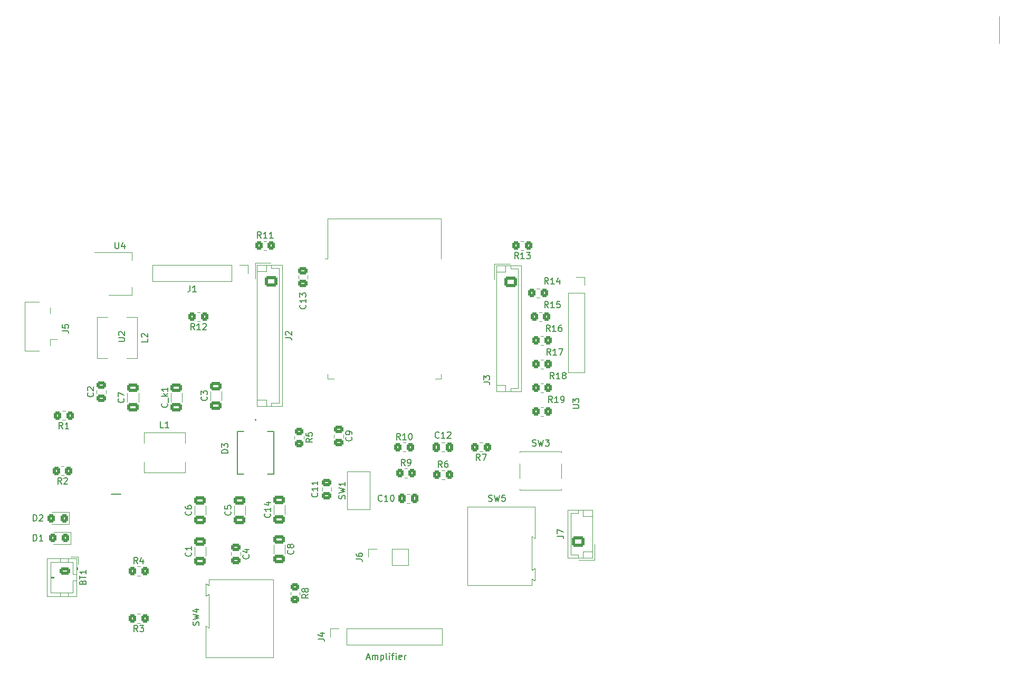
<source format=gto>
G04 #@! TF.GenerationSoftware,KiCad,Pcbnew,(6.0.4)*
G04 #@! TF.CreationDate,2022-05-21T11:57:55-05:00*
G04 #@! TF.ProjectId,REEL,5245454c-2e6b-4696-9361-645f70636258,rev?*
G04 #@! TF.SameCoordinates,Original*
G04 #@! TF.FileFunction,Legend,Top*
G04 #@! TF.FilePolarity,Positive*
%FSLAX46Y46*%
G04 Gerber Fmt 4.6, Leading zero omitted, Abs format (unit mm)*
G04 Created by KiCad (PCBNEW (6.0.4)) date 2022-05-21 11:57:55*
%MOMM*%
%LPD*%
G01*
G04 APERTURE LIST*
G04 Aperture macros list*
%AMRoundRect*
0 Rectangle with rounded corners*
0 $1 Rounding radius*
0 $2 $3 $4 $5 $6 $7 $8 $9 X,Y pos of 4 corners*
0 Add a 4 corners polygon primitive as box body*
4,1,4,$2,$3,$4,$5,$6,$7,$8,$9,$2,$3,0*
0 Add four circle primitives for the rounded corners*
1,1,$1+$1,$2,$3*
1,1,$1+$1,$4,$5*
1,1,$1+$1,$6,$7*
1,1,$1+$1,$8,$9*
0 Add four rect primitives between the rounded corners*
20,1,$1+$1,$2,$3,$4,$5,0*
20,1,$1+$1,$4,$5,$6,$7,0*
20,1,$1+$1,$6,$7,$8,$9,0*
20,1,$1+$1,$8,$9,$2,$3,0*%
G04 Aperture macros list end*
%ADD10C,0.100000*%
%ADD11C,0.150000*%
%ADD12C,0.120000*%
%ADD13C,0.200000*%
%ADD14C,0.127000*%
%ADD15RoundRect,0.250000X0.650000X-0.412500X0.650000X0.412500X-0.650000X0.412500X-0.650000X-0.412500X0*%
%ADD16RoundRect,0.250000X-0.650000X0.412500X-0.650000X-0.412500X0.650000X-0.412500X0.650000X0.412500X0*%
%ADD17RoundRect,0.250000X-0.475000X0.337500X-0.475000X-0.337500X0.475000X-0.337500X0.475000X0.337500X0*%
%ADD18RoundRect,0.250000X0.475000X-0.337500X0.475000X0.337500X-0.475000X0.337500X-0.475000X-0.337500X0*%
%ADD19RoundRect,0.250000X-0.350000X-0.450000X0.350000X-0.450000X0.350000X0.450000X-0.350000X0.450000X0*%
%ADD20RoundRect,0.250000X0.350000X0.450000X-0.350000X0.450000X-0.350000X-0.450000X0.350000X-0.450000X0*%
%ADD21R,2.000000X1.500000*%
%ADD22R,2.000000X3.800000*%
%ADD23O,1.980000X3.960000*%
%ADD24R,1.980000X3.960000*%
%ADD25R,1.700000X1.700000*%
%ADD26O,1.700000X1.700000*%
%ADD27RoundRect,0.250000X0.337500X0.475000X-0.337500X0.475000X-0.337500X-0.475000X0.337500X-0.475000X0*%
%ADD28RoundRect,0.250000X0.325000X0.450000X-0.325000X0.450000X-0.325000X-0.450000X0.325000X-0.450000X0*%
%ADD29O,1.950000X1.700000*%
%ADD30RoundRect,0.250000X-0.725000X0.600000X-0.725000X-0.600000X0.725000X-0.600000X0.725000X0.600000X0*%
%ADD31RoundRect,0.250000X-0.450000X0.350000X-0.450000X-0.350000X0.450000X-0.350000X0.450000X0.350000X0*%
%ADD32R,3.200000X1.000000*%
%ADD33R,2.000000X0.900000*%
%ADD34R,0.900000X2.000000*%
%ADD35R,5.000000X5.000000*%
%ADD36R,1.500000X2.400000*%
%ADD37R,2.513000X3.402000*%
%ADD38R,1.525000X0.700000*%
%ADD39O,2.000000X1.700000*%
%ADD40RoundRect,0.250000X0.750000X-0.600000X0.750000X0.600000X-0.750000X0.600000X-0.750000X-0.600000X0*%
%ADD41R,1.800000X3.000000*%
%ADD42R,1.500000X0.500000*%
%ADD43C,1.000000*%
%ADD44R,3.120000X2.290000*%
%ADD45O,1.750000X1.200000*%
%ADD46RoundRect,0.250000X-0.625000X0.350000X-0.625000X-0.350000X0.625000X-0.350000X0.625000X0.350000X0*%
%ADD47R,2.400000X1.500000*%
%ADD48R,1.500000X1.500000*%
G04 APERTURE END LIST*
D10*
X192404194Y-24150000D02*
X192404194Y-28468000D01*
D11*
X90860952Y-127166666D02*
X91337142Y-127166666D01*
X90765714Y-127452380D02*
X91099047Y-126452380D01*
X91432380Y-127452380D01*
X91765714Y-127452380D02*
X91765714Y-126785714D01*
X91765714Y-126880952D02*
X91813333Y-126833333D01*
X91908571Y-126785714D01*
X92051428Y-126785714D01*
X92146666Y-126833333D01*
X92194285Y-126928571D01*
X92194285Y-127452380D01*
X92194285Y-126928571D02*
X92241904Y-126833333D01*
X92337142Y-126785714D01*
X92480000Y-126785714D01*
X92575238Y-126833333D01*
X92622857Y-126928571D01*
X92622857Y-127452380D01*
X93099047Y-126785714D02*
X93099047Y-127785714D01*
X93099047Y-126833333D02*
X93194285Y-126785714D01*
X93384761Y-126785714D01*
X93480000Y-126833333D01*
X93527619Y-126880952D01*
X93575238Y-126976190D01*
X93575238Y-127261904D01*
X93527619Y-127357142D01*
X93480000Y-127404761D01*
X93384761Y-127452380D01*
X93194285Y-127452380D01*
X93099047Y-127404761D01*
X94146666Y-127452380D02*
X94051428Y-127404761D01*
X94003809Y-127309523D01*
X94003809Y-126452380D01*
X94527619Y-127452380D02*
X94527619Y-126785714D01*
X94527619Y-126452380D02*
X94480000Y-126500000D01*
X94527619Y-126547619D01*
X94575238Y-126500000D01*
X94527619Y-126452380D01*
X94527619Y-126547619D01*
X94860952Y-126785714D02*
X95241904Y-126785714D01*
X95003809Y-127452380D02*
X95003809Y-126595238D01*
X95051428Y-126500000D01*
X95146666Y-126452380D01*
X95241904Y-126452380D01*
X95575238Y-127452380D02*
X95575238Y-126785714D01*
X95575238Y-126452380D02*
X95527619Y-126500000D01*
X95575238Y-126547619D01*
X95622857Y-126500000D01*
X95575238Y-126452380D01*
X95575238Y-126547619D01*
X96432380Y-127404761D02*
X96337142Y-127452380D01*
X96146666Y-127452380D01*
X96051428Y-127404761D01*
X96003809Y-127309523D01*
X96003809Y-126928571D01*
X96051428Y-126833333D01*
X96146666Y-126785714D01*
X96337142Y-126785714D01*
X96432380Y-126833333D01*
X96480000Y-126928571D01*
X96480000Y-127023809D01*
X96003809Y-127119047D01*
X96908571Y-127452380D02*
X96908571Y-126785714D01*
X96908571Y-126976190D02*
X96956190Y-126880952D01*
X97003809Y-126833333D01*
X97099047Y-126785714D01*
X97194285Y-126785714D01*
X58832142Y-86334880D02*
X58879761Y-86382500D01*
X58927380Y-86525357D01*
X58927380Y-86620595D01*
X58879761Y-86763452D01*
X58784523Y-86858690D01*
X58689285Y-86906309D01*
X58498809Y-86953928D01*
X58355952Y-86953928D01*
X58165476Y-86906309D01*
X58070238Y-86858690D01*
X57975000Y-86763452D01*
X57927380Y-86620595D01*
X57927380Y-86525357D01*
X57975000Y-86382500D01*
X58022619Y-86334880D01*
X59022619Y-86144404D02*
X59022619Y-85382500D01*
X58927380Y-85144404D02*
X57927380Y-85144404D01*
X58546428Y-85049166D02*
X58927380Y-84763452D01*
X58260714Y-84763452D02*
X58641666Y-85144404D01*
X58927380Y-83811071D02*
X58927380Y-84382500D01*
X58927380Y-84096785D02*
X57927380Y-84096785D01*
X58070238Y-84192023D01*
X58165476Y-84287261D01*
X58213095Y-84382500D01*
X75342142Y-104050357D02*
X75389761Y-104097976D01*
X75437380Y-104240833D01*
X75437380Y-104336071D01*
X75389761Y-104478928D01*
X75294523Y-104574166D01*
X75199285Y-104621785D01*
X75008809Y-104669404D01*
X74865952Y-104669404D01*
X74675476Y-104621785D01*
X74580238Y-104574166D01*
X74485000Y-104478928D01*
X74437380Y-104336071D01*
X74437380Y-104240833D01*
X74485000Y-104097976D01*
X74532619Y-104050357D01*
X75437380Y-103097976D02*
X75437380Y-103669404D01*
X75437380Y-103383690D02*
X74437380Y-103383690D01*
X74580238Y-103478928D01*
X74675476Y-103574166D01*
X74723095Y-103669404D01*
X74770714Y-102240833D02*
X75437380Y-102240833D01*
X74389761Y-102478928D02*
X75104047Y-102717023D01*
X75104047Y-102097976D01*
X79042142Y-109924166D02*
X79089761Y-109971785D01*
X79137380Y-110114642D01*
X79137380Y-110209880D01*
X79089761Y-110352738D01*
X78994523Y-110447976D01*
X78899285Y-110495595D01*
X78708809Y-110543214D01*
X78565952Y-110543214D01*
X78375476Y-110495595D01*
X78280238Y-110447976D01*
X78185000Y-110352738D01*
X78137380Y-110209880D01*
X78137380Y-110114642D01*
X78185000Y-109971785D01*
X78232619Y-109924166D01*
X78565952Y-109352738D02*
X78518333Y-109447976D01*
X78470714Y-109495595D01*
X78375476Y-109543214D01*
X78327857Y-109543214D01*
X78232619Y-109495595D01*
X78185000Y-109447976D01*
X78137380Y-109352738D01*
X78137380Y-109162261D01*
X78185000Y-109067023D01*
X78232619Y-109019404D01*
X78327857Y-108971785D01*
X78375476Y-108971785D01*
X78470714Y-109019404D01*
X78518333Y-109067023D01*
X78565952Y-109162261D01*
X78565952Y-109352738D01*
X78613571Y-109447976D01*
X78661190Y-109495595D01*
X78756428Y-109543214D01*
X78946904Y-109543214D01*
X79042142Y-109495595D01*
X79089761Y-109447976D01*
X79137380Y-109352738D01*
X79137380Y-109162261D01*
X79089761Y-109067023D01*
X79042142Y-109019404D01*
X78946904Y-108971785D01*
X78756428Y-108971785D01*
X78661190Y-109019404D01*
X78613571Y-109067023D01*
X78565952Y-109162261D01*
X51847142Y-85549166D02*
X51894761Y-85596785D01*
X51942380Y-85739642D01*
X51942380Y-85834880D01*
X51894761Y-85977738D01*
X51799523Y-86072976D01*
X51704285Y-86120595D01*
X51513809Y-86168214D01*
X51370952Y-86168214D01*
X51180476Y-86120595D01*
X51085238Y-86072976D01*
X50990000Y-85977738D01*
X50942380Y-85834880D01*
X50942380Y-85739642D01*
X50990000Y-85596785D01*
X51037619Y-85549166D01*
X50942380Y-85215833D02*
X50942380Y-84549166D01*
X51942380Y-84977738D01*
X62642142Y-103671666D02*
X62689761Y-103719285D01*
X62737380Y-103862142D01*
X62737380Y-103957380D01*
X62689761Y-104100238D01*
X62594523Y-104195476D01*
X62499285Y-104243095D01*
X62308809Y-104290714D01*
X62165952Y-104290714D01*
X61975476Y-104243095D01*
X61880238Y-104195476D01*
X61785000Y-104100238D01*
X61737380Y-103957380D01*
X61737380Y-103862142D01*
X61785000Y-103719285D01*
X61832619Y-103671666D01*
X61737380Y-102814523D02*
X61737380Y-103005000D01*
X61785000Y-103100238D01*
X61832619Y-103147857D01*
X61975476Y-103243095D01*
X62165952Y-103290714D01*
X62546904Y-103290714D01*
X62642142Y-103243095D01*
X62689761Y-103195476D01*
X62737380Y-103100238D01*
X62737380Y-102909761D01*
X62689761Y-102814523D01*
X62642142Y-102766904D01*
X62546904Y-102719285D01*
X62308809Y-102719285D01*
X62213571Y-102766904D01*
X62165952Y-102814523D01*
X62118333Y-102909761D01*
X62118333Y-103100238D01*
X62165952Y-103195476D01*
X62213571Y-103243095D01*
X62308809Y-103290714D01*
X68992142Y-103671666D02*
X69039761Y-103719285D01*
X69087380Y-103862142D01*
X69087380Y-103957380D01*
X69039761Y-104100238D01*
X68944523Y-104195476D01*
X68849285Y-104243095D01*
X68658809Y-104290714D01*
X68515952Y-104290714D01*
X68325476Y-104243095D01*
X68230238Y-104195476D01*
X68135000Y-104100238D01*
X68087380Y-103957380D01*
X68087380Y-103862142D01*
X68135000Y-103719285D01*
X68182619Y-103671666D01*
X68087380Y-102766904D02*
X68087380Y-103243095D01*
X68563571Y-103290714D01*
X68515952Y-103243095D01*
X68468333Y-103147857D01*
X68468333Y-102909761D01*
X68515952Y-102814523D01*
X68563571Y-102766904D01*
X68658809Y-102719285D01*
X68896904Y-102719285D01*
X68992142Y-102766904D01*
X69039761Y-102814523D01*
X69087380Y-102909761D01*
X69087380Y-103147857D01*
X69039761Y-103243095D01*
X68992142Y-103290714D01*
X71887142Y-110674166D02*
X71934761Y-110721785D01*
X71982380Y-110864642D01*
X71982380Y-110959880D01*
X71934761Y-111102738D01*
X71839523Y-111197976D01*
X71744285Y-111245595D01*
X71553809Y-111293214D01*
X71410952Y-111293214D01*
X71220476Y-111245595D01*
X71125238Y-111197976D01*
X71030000Y-111102738D01*
X70982380Y-110959880D01*
X70982380Y-110864642D01*
X71030000Y-110721785D01*
X71077619Y-110674166D01*
X71315714Y-109817023D02*
X71982380Y-109817023D01*
X70934761Y-110055119D02*
X71649047Y-110293214D01*
X71649047Y-109674166D01*
X65182142Y-85256666D02*
X65229761Y-85304285D01*
X65277380Y-85447142D01*
X65277380Y-85542380D01*
X65229761Y-85685238D01*
X65134523Y-85780476D01*
X65039285Y-85828095D01*
X64848809Y-85875714D01*
X64705952Y-85875714D01*
X64515476Y-85828095D01*
X64420238Y-85780476D01*
X64325000Y-85685238D01*
X64277380Y-85542380D01*
X64277380Y-85447142D01*
X64325000Y-85304285D01*
X64372619Y-85256666D01*
X64277380Y-84923333D02*
X64277380Y-84304285D01*
X64658333Y-84637619D01*
X64658333Y-84494761D01*
X64705952Y-84399523D01*
X64753571Y-84351904D01*
X64848809Y-84304285D01*
X65086904Y-84304285D01*
X65182142Y-84351904D01*
X65229761Y-84399523D01*
X65277380Y-84494761D01*
X65277380Y-84780476D01*
X65229761Y-84875714D01*
X65182142Y-84923333D01*
X46937142Y-84621666D02*
X46984761Y-84669285D01*
X47032380Y-84812142D01*
X47032380Y-84907380D01*
X46984761Y-85050238D01*
X46889523Y-85145476D01*
X46794285Y-85193095D01*
X46603809Y-85240714D01*
X46460952Y-85240714D01*
X46270476Y-85193095D01*
X46175238Y-85145476D01*
X46080000Y-85050238D01*
X46032380Y-84907380D01*
X46032380Y-84812142D01*
X46080000Y-84669285D01*
X46127619Y-84621666D01*
X46127619Y-84240714D02*
X46080000Y-84193095D01*
X46032380Y-84097857D01*
X46032380Y-83859761D01*
X46080000Y-83764523D01*
X46127619Y-83716904D01*
X46222857Y-83669285D01*
X46318095Y-83669285D01*
X46460952Y-83716904D01*
X47032380Y-84288333D01*
X47032380Y-83669285D01*
X62642142Y-110266666D02*
X62689761Y-110314285D01*
X62737380Y-110457142D01*
X62737380Y-110552380D01*
X62689761Y-110695238D01*
X62594523Y-110790476D01*
X62499285Y-110838095D01*
X62308809Y-110885714D01*
X62165952Y-110885714D01*
X61975476Y-110838095D01*
X61880238Y-110790476D01*
X61785000Y-110695238D01*
X61737380Y-110552380D01*
X61737380Y-110457142D01*
X61785000Y-110314285D01*
X61832619Y-110266666D01*
X62737380Y-109314285D02*
X62737380Y-109885714D01*
X62737380Y-109600000D02*
X61737380Y-109600000D01*
X61880238Y-109695238D01*
X61975476Y-109790476D01*
X62023095Y-109885714D01*
X54100833Y-112077380D02*
X53767500Y-111601190D01*
X53529404Y-112077380D02*
X53529404Y-111077380D01*
X53910357Y-111077380D01*
X54005595Y-111125000D01*
X54053214Y-111172619D01*
X54100833Y-111267857D01*
X54100833Y-111410714D01*
X54053214Y-111505952D01*
X54005595Y-111553571D01*
X53910357Y-111601190D01*
X53529404Y-111601190D01*
X54957976Y-111410714D02*
X54957976Y-112077380D01*
X54719880Y-111029761D02*
X54481785Y-111744047D01*
X55100833Y-111744047D01*
X54100833Y-122997380D02*
X53767500Y-122521190D01*
X53529404Y-122997380D02*
X53529404Y-121997380D01*
X53910357Y-121997380D01*
X54005595Y-122045000D01*
X54053214Y-122092619D01*
X54100833Y-122187857D01*
X54100833Y-122330714D01*
X54053214Y-122425952D01*
X54005595Y-122473571D01*
X53910357Y-122521190D01*
X53529404Y-122521190D01*
X54434166Y-121997380D02*
X55053214Y-121997380D01*
X54719880Y-122378333D01*
X54862738Y-122378333D01*
X54957976Y-122425952D01*
X55005595Y-122473571D01*
X55053214Y-122568809D01*
X55053214Y-122806904D01*
X55005595Y-122902142D01*
X54957976Y-122949761D01*
X54862738Y-122997380D01*
X54577023Y-122997380D01*
X54481785Y-122949761D01*
X54434166Y-122902142D01*
X41885833Y-99257380D02*
X41552500Y-98781190D01*
X41314404Y-99257380D02*
X41314404Y-98257380D01*
X41695357Y-98257380D01*
X41790595Y-98305000D01*
X41838214Y-98352619D01*
X41885833Y-98447857D01*
X41885833Y-98590714D01*
X41838214Y-98685952D01*
X41790595Y-98733571D01*
X41695357Y-98781190D01*
X41314404Y-98781190D01*
X42266785Y-98352619D02*
X42314404Y-98305000D01*
X42409642Y-98257380D01*
X42647738Y-98257380D01*
X42742976Y-98305000D01*
X42790595Y-98352619D01*
X42838214Y-98447857D01*
X42838214Y-98543095D01*
X42790595Y-98685952D01*
X42219166Y-99257380D01*
X42838214Y-99257380D01*
X42085833Y-90367380D02*
X41752500Y-89891190D01*
X41514404Y-90367380D02*
X41514404Y-89367380D01*
X41895357Y-89367380D01*
X41990595Y-89415000D01*
X42038214Y-89462619D01*
X42085833Y-89557857D01*
X42085833Y-89700714D01*
X42038214Y-89795952D01*
X41990595Y-89843571D01*
X41895357Y-89891190D01*
X41514404Y-89891190D01*
X43038214Y-90367380D02*
X42466785Y-90367380D01*
X42752500Y-90367380D02*
X42752500Y-89367380D01*
X42657261Y-89510238D01*
X42562023Y-89605476D01*
X42466785Y-89653095D01*
X88397142Y-91739166D02*
X88444761Y-91786785D01*
X88492380Y-91929642D01*
X88492380Y-92024880D01*
X88444761Y-92167738D01*
X88349523Y-92262976D01*
X88254285Y-92310595D01*
X88063809Y-92358214D01*
X87920952Y-92358214D01*
X87730476Y-92310595D01*
X87635238Y-92262976D01*
X87540000Y-92167738D01*
X87492380Y-92024880D01*
X87492380Y-91929642D01*
X87540000Y-91786785D01*
X87587619Y-91739166D01*
X88492380Y-91262976D02*
X88492380Y-91072500D01*
X88444761Y-90977261D01*
X88397142Y-90929642D01*
X88254285Y-90834404D01*
X88063809Y-90786785D01*
X87682857Y-90786785D01*
X87587619Y-90834404D01*
X87540000Y-90882023D01*
X87492380Y-90977261D01*
X87492380Y-91167738D01*
X87540000Y-91262976D01*
X87587619Y-91310595D01*
X87682857Y-91358214D01*
X87920952Y-91358214D01*
X88016190Y-91310595D01*
X88063809Y-91262976D01*
X88111428Y-91167738D01*
X88111428Y-90977261D01*
X88063809Y-90882023D01*
X88016190Y-90834404D01*
X87920952Y-90786785D01*
X50495695Y-60447580D02*
X50495695Y-61257104D01*
X50543314Y-61352342D01*
X50590933Y-61399961D01*
X50686171Y-61447580D01*
X50876647Y-61447580D01*
X50971885Y-61399961D01*
X51019504Y-61352342D01*
X51067123Y-61257104D01*
X51067123Y-60447580D01*
X51971885Y-60780914D02*
X51971885Y-61447580D01*
X51733790Y-60399961D02*
X51495695Y-61114247D01*
X52114742Y-61114247D01*
X73922142Y-59762380D02*
X73588809Y-59286190D01*
X73350714Y-59762380D02*
X73350714Y-58762380D01*
X73731666Y-58762380D01*
X73826904Y-58810000D01*
X73874523Y-58857619D01*
X73922142Y-58952857D01*
X73922142Y-59095714D01*
X73874523Y-59190952D01*
X73826904Y-59238571D01*
X73731666Y-59286190D01*
X73350714Y-59286190D01*
X74874523Y-59762380D02*
X74303095Y-59762380D01*
X74588809Y-59762380D02*
X74588809Y-58762380D01*
X74493571Y-58905238D01*
X74398333Y-59000476D01*
X74303095Y-59048095D01*
X75826904Y-59762380D02*
X75255476Y-59762380D01*
X75541190Y-59762380D02*
X75541190Y-58762380D01*
X75445952Y-58905238D01*
X75350714Y-59000476D01*
X75255476Y-59048095D01*
X96988333Y-96322380D02*
X96655000Y-95846190D01*
X96416904Y-96322380D02*
X96416904Y-95322380D01*
X96797857Y-95322380D01*
X96893095Y-95370000D01*
X96940714Y-95417619D01*
X96988333Y-95512857D01*
X96988333Y-95655714D01*
X96940714Y-95750952D01*
X96893095Y-95798571D01*
X96797857Y-95846190D01*
X96416904Y-95846190D01*
X97464523Y-96322380D02*
X97655000Y-96322380D01*
X97750238Y-96274761D01*
X97797857Y-96227142D01*
X97893095Y-96084285D01*
X97940714Y-95893809D01*
X97940714Y-95512857D01*
X97893095Y-95417619D01*
X97845476Y-95370000D01*
X97750238Y-95322380D01*
X97559761Y-95322380D01*
X97464523Y-95370000D01*
X97416904Y-95417619D01*
X97369285Y-95512857D01*
X97369285Y-95750952D01*
X97416904Y-95846190D01*
X97464523Y-95893809D01*
X97559761Y-95941428D01*
X97750238Y-95941428D01*
X97845476Y-95893809D01*
X97893095Y-95846190D01*
X97940714Y-95750952D01*
X110426666Y-102004761D02*
X110569523Y-102052380D01*
X110807619Y-102052380D01*
X110902857Y-102004761D01*
X110950476Y-101957142D01*
X110998095Y-101861904D01*
X110998095Y-101766666D01*
X110950476Y-101671428D01*
X110902857Y-101623809D01*
X110807619Y-101576190D01*
X110617142Y-101528571D01*
X110521904Y-101480952D01*
X110474285Y-101433333D01*
X110426666Y-101338095D01*
X110426666Y-101242857D01*
X110474285Y-101147619D01*
X110521904Y-101100000D01*
X110617142Y-101052380D01*
X110855238Y-101052380D01*
X110998095Y-101100000D01*
X111331428Y-101052380D02*
X111569523Y-102052380D01*
X111760000Y-101338095D01*
X111950476Y-102052380D01*
X112188571Y-101052380D01*
X113045714Y-101052380D02*
X112569523Y-101052380D01*
X112521904Y-101528571D01*
X112569523Y-101480952D01*
X112664761Y-101433333D01*
X112902857Y-101433333D01*
X112998095Y-101480952D01*
X113045714Y-101528571D01*
X113093333Y-101623809D01*
X113093333Y-101861904D01*
X113045714Y-101957142D01*
X112998095Y-102004761D01*
X112902857Y-102052380D01*
X112664761Y-102052380D01*
X112569523Y-102004761D01*
X112521904Y-101957142D01*
X83042380Y-124158333D02*
X83756666Y-124158333D01*
X83899523Y-124205952D01*
X83994761Y-124301190D01*
X84042380Y-124444047D01*
X84042380Y-124539285D01*
X83375714Y-123253571D02*
X84042380Y-123253571D01*
X82994761Y-123491666D02*
X83709047Y-123729761D01*
X83709047Y-123110714D01*
X102973333Y-96592380D02*
X102640000Y-96116190D01*
X102401904Y-96592380D02*
X102401904Y-95592380D01*
X102782857Y-95592380D01*
X102878095Y-95640000D01*
X102925714Y-95687619D01*
X102973333Y-95782857D01*
X102973333Y-95925714D01*
X102925714Y-96020952D01*
X102878095Y-96068571D01*
X102782857Y-96116190D01*
X102401904Y-96116190D01*
X103830476Y-95592380D02*
X103640000Y-95592380D01*
X103544761Y-95640000D01*
X103497142Y-95687619D01*
X103401904Y-95830476D01*
X103354285Y-96020952D01*
X103354285Y-96401904D01*
X103401904Y-96497142D01*
X103449523Y-96544761D01*
X103544761Y-96592380D01*
X103735238Y-96592380D01*
X103830476Y-96544761D01*
X103878095Y-96497142D01*
X103925714Y-96401904D01*
X103925714Y-96163809D01*
X103878095Y-96068571D01*
X103830476Y-96020952D01*
X103735238Y-95973333D01*
X103544761Y-95973333D01*
X103449523Y-96020952D01*
X103401904Y-96068571D01*
X103354285Y-96163809D01*
X109053333Y-95447380D02*
X108720000Y-94971190D01*
X108481904Y-95447380D02*
X108481904Y-94447380D01*
X108862857Y-94447380D01*
X108958095Y-94495000D01*
X109005714Y-94542619D01*
X109053333Y-94637857D01*
X109053333Y-94780714D01*
X109005714Y-94875952D01*
X108958095Y-94923571D01*
X108862857Y-94971190D01*
X108481904Y-94971190D01*
X109386666Y-94447380D02*
X110053333Y-94447380D01*
X109624761Y-95447380D01*
X62501666Y-67397380D02*
X62501666Y-68111666D01*
X62454047Y-68254523D01*
X62358809Y-68349761D01*
X62215952Y-68397380D01*
X62120714Y-68397380D01*
X63501666Y-68397380D02*
X62930238Y-68397380D01*
X63215952Y-68397380D02*
X63215952Y-67397380D01*
X63120714Y-67540238D01*
X63025476Y-67635476D01*
X62930238Y-67683095D01*
X89157580Y-111356733D02*
X89871866Y-111356733D01*
X90014723Y-111404352D01*
X90109961Y-111499590D01*
X90157580Y-111642447D01*
X90157580Y-111737685D01*
X89157580Y-110451971D02*
X89157580Y-110642447D01*
X89205200Y-110737685D01*
X89252819Y-110785304D01*
X89395676Y-110880542D01*
X89586152Y-110928161D01*
X89967104Y-110928161D01*
X90062342Y-110880542D01*
X90109961Y-110832923D01*
X90157580Y-110737685D01*
X90157580Y-110547209D01*
X90109961Y-110451971D01*
X90062342Y-110404352D01*
X89967104Y-110356733D01*
X89729009Y-110356733D01*
X89633771Y-110404352D01*
X89586152Y-110451971D01*
X89538533Y-110547209D01*
X89538533Y-110737685D01*
X89586152Y-110832923D01*
X89633771Y-110880542D01*
X89729009Y-110928161D01*
X82907142Y-100740357D02*
X82954761Y-100787976D01*
X83002380Y-100930833D01*
X83002380Y-101026071D01*
X82954761Y-101168928D01*
X82859523Y-101264166D01*
X82764285Y-101311785D01*
X82573809Y-101359404D01*
X82430952Y-101359404D01*
X82240476Y-101311785D01*
X82145238Y-101264166D01*
X82050000Y-101168928D01*
X82002380Y-101026071D01*
X82002380Y-100930833D01*
X82050000Y-100787976D01*
X82097619Y-100740357D01*
X83002380Y-99787976D02*
X83002380Y-100359404D01*
X83002380Y-100073690D02*
X82002380Y-100073690D01*
X82145238Y-100168928D01*
X82240476Y-100264166D01*
X82288095Y-100359404D01*
X83002380Y-98835595D02*
X83002380Y-99407023D01*
X83002380Y-99121309D02*
X82002380Y-99121309D01*
X82145238Y-99216547D01*
X82240476Y-99311785D01*
X82288095Y-99407023D01*
X102459642Y-91797142D02*
X102412023Y-91844761D01*
X102269166Y-91892380D01*
X102173928Y-91892380D01*
X102031071Y-91844761D01*
X101935833Y-91749523D01*
X101888214Y-91654285D01*
X101840595Y-91463809D01*
X101840595Y-91320952D01*
X101888214Y-91130476D01*
X101935833Y-91035238D01*
X102031071Y-90940000D01*
X102173928Y-90892380D01*
X102269166Y-90892380D01*
X102412023Y-90940000D01*
X102459642Y-90987619D01*
X103412023Y-91892380D02*
X102840595Y-91892380D01*
X103126309Y-91892380D02*
X103126309Y-90892380D01*
X103031071Y-91035238D01*
X102935833Y-91130476D01*
X102840595Y-91178095D01*
X103792976Y-90987619D02*
X103840595Y-90940000D01*
X103935833Y-90892380D01*
X104173928Y-90892380D01*
X104269166Y-90940000D01*
X104316785Y-90987619D01*
X104364404Y-91082857D01*
X104364404Y-91178095D01*
X104316785Y-91320952D01*
X103745357Y-91892380D01*
X104364404Y-91892380D01*
X37361904Y-108402380D02*
X37361904Y-107402380D01*
X37600000Y-107402380D01*
X37742857Y-107450000D01*
X37838095Y-107545238D01*
X37885714Y-107640476D01*
X37933333Y-107830952D01*
X37933333Y-107973809D01*
X37885714Y-108164285D01*
X37838095Y-108259523D01*
X37742857Y-108354761D01*
X37600000Y-108402380D01*
X37361904Y-108402380D01*
X38885714Y-108402380D02*
X38314285Y-108402380D01*
X38600000Y-108402380D02*
X38600000Y-107402380D01*
X38504761Y-107545238D01*
X38409523Y-107640476D01*
X38314285Y-107688095D01*
X63222142Y-74492380D02*
X62888809Y-74016190D01*
X62650714Y-74492380D02*
X62650714Y-73492380D01*
X63031666Y-73492380D01*
X63126904Y-73540000D01*
X63174523Y-73587619D01*
X63222142Y-73682857D01*
X63222142Y-73825714D01*
X63174523Y-73920952D01*
X63126904Y-73968571D01*
X63031666Y-74016190D01*
X62650714Y-74016190D01*
X64174523Y-74492380D02*
X63603095Y-74492380D01*
X63888809Y-74492380D02*
X63888809Y-73492380D01*
X63793571Y-73635238D01*
X63698333Y-73730476D01*
X63603095Y-73778095D01*
X64555476Y-73587619D02*
X64603095Y-73540000D01*
X64698333Y-73492380D01*
X64936428Y-73492380D01*
X65031666Y-73540000D01*
X65079285Y-73587619D01*
X65126904Y-73682857D01*
X65126904Y-73778095D01*
X65079285Y-73920952D01*
X64507857Y-74492380D01*
X65126904Y-74492380D01*
X37361904Y-105227380D02*
X37361904Y-104227380D01*
X37600000Y-104227380D01*
X37742857Y-104275000D01*
X37838095Y-104370238D01*
X37885714Y-104465476D01*
X37933333Y-104655952D01*
X37933333Y-104798809D01*
X37885714Y-104989285D01*
X37838095Y-105084523D01*
X37742857Y-105179761D01*
X37600000Y-105227380D01*
X37361904Y-105227380D01*
X38314285Y-104322619D02*
X38361904Y-104275000D01*
X38457142Y-104227380D01*
X38695238Y-104227380D01*
X38790476Y-104275000D01*
X38838095Y-104322619D01*
X38885714Y-104417857D01*
X38885714Y-104513095D01*
X38838095Y-104655952D01*
X38266666Y-105227380D01*
X38885714Y-105227380D01*
X63904761Y-121983333D02*
X63952380Y-121840476D01*
X63952380Y-121602380D01*
X63904761Y-121507142D01*
X63857142Y-121459523D01*
X63761904Y-121411904D01*
X63666666Y-121411904D01*
X63571428Y-121459523D01*
X63523809Y-121507142D01*
X63476190Y-121602380D01*
X63428571Y-121792857D01*
X63380952Y-121888095D01*
X63333333Y-121935714D01*
X63238095Y-121983333D01*
X63142857Y-121983333D01*
X63047619Y-121935714D01*
X63000000Y-121888095D01*
X62952380Y-121792857D01*
X62952380Y-121554761D01*
X63000000Y-121411904D01*
X62952380Y-121078571D02*
X63952380Y-120840476D01*
X63238095Y-120650000D01*
X63952380Y-120459523D01*
X62952380Y-120221428D01*
X63285714Y-119411904D02*
X63952380Y-119411904D01*
X62904761Y-119650000D02*
X63619047Y-119888095D01*
X63619047Y-119269047D01*
X81002142Y-70492857D02*
X81049761Y-70540476D01*
X81097380Y-70683333D01*
X81097380Y-70778571D01*
X81049761Y-70921428D01*
X80954523Y-71016666D01*
X80859285Y-71064285D01*
X80668809Y-71111904D01*
X80525952Y-71111904D01*
X80335476Y-71064285D01*
X80240238Y-71016666D01*
X80145000Y-70921428D01*
X80097380Y-70778571D01*
X80097380Y-70683333D01*
X80145000Y-70540476D01*
X80192619Y-70492857D01*
X81097380Y-69540476D02*
X81097380Y-70111904D01*
X81097380Y-69826190D02*
X80097380Y-69826190D01*
X80240238Y-69921428D01*
X80335476Y-70016666D01*
X80383095Y-70111904D01*
X80097380Y-69207142D02*
X80097380Y-68588095D01*
X80478333Y-68921428D01*
X80478333Y-68778571D01*
X80525952Y-68683333D01*
X80573571Y-68635714D01*
X80668809Y-68588095D01*
X80906904Y-68588095D01*
X81002142Y-68635714D01*
X81049761Y-68683333D01*
X81097380Y-68778571D01*
X81097380Y-69064285D01*
X81049761Y-69159523D01*
X81002142Y-69207142D01*
X77817380Y-75758333D02*
X78531666Y-75758333D01*
X78674523Y-75805952D01*
X78769761Y-75901190D01*
X78817380Y-76044047D01*
X78817380Y-76139285D01*
X77912619Y-75329761D02*
X77865000Y-75282142D01*
X77817380Y-75186904D01*
X77817380Y-74948809D01*
X77865000Y-74853571D01*
X77912619Y-74805952D01*
X78007857Y-74758333D01*
X78103095Y-74758333D01*
X78245952Y-74805952D01*
X78817380Y-75377380D01*
X78817380Y-74758333D01*
X82112380Y-91971666D02*
X81636190Y-92305000D01*
X82112380Y-92543095D02*
X81112380Y-92543095D01*
X81112380Y-92162142D01*
X81160000Y-92066904D01*
X81207619Y-92019285D01*
X81302857Y-91971666D01*
X81445714Y-91971666D01*
X81540952Y-92019285D01*
X81588571Y-92066904D01*
X81636190Y-92162142D01*
X81636190Y-92543095D01*
X81112380Y-91066904D02*
X81112380Y-91543095D01*
X81588571Y-91590714D01*
X81540952Y-91543095D01*
X81493333Y-91447857D01*
X81493333Y-91209761D01*
X81540952Y-91114523D01*
X81588571Y-91066904D01*
X81683809Y-91019285D01*
X81921904Y-91019285D01*
X82017142Y-91066904D01*
X82064761Y-91114523D01*
X82112380Y-91209761D01*
X82112380Y-91447857D01*
X82064761Y-91543095D01*
X82017142Y-91590714D01*
X109607380Y-82876333D02*
X110321666Y-82876333D01*
X110464523Y-82923952D01*
X110559761Y-83019190D01*
X110607380Y-83162047D01*
X110607380Y-83257285D01*
X109607380Y-82495380D02*
X109607380Y-81876333D01*
X109988333Y-82209666D01*
X109988333Y-82066809D01*
X110035952Y-81971571D01*
X110083571Y-81923952D01*
X110178809Y-81876333D01*
X110416904Y-81876333D01*
X110512142Y-81923952D01*
X110559761Y-81971571D01*
X110607380Y-82066809D01*
X110607380Y-82352523D01*
X110559761Y-82447761D01*
X110512142Y-82495380D01*
X120642142Y-86177380D02*
X120308809Y-85701190D01*
X120070714Y-86177380D02*
X120070714Y-85177380D01*
X120451666Y-85177380D01*
X120546904Y-85225000D01*
X120594523Y-85272619D01*
X120642142Y-85367857D01*
X120642142Y-85510714D01*
X120594523Y-85605952D01*
X120546904Y-85653571D01*
X120451666Y-85701190D01*
X120070714Y-85701190D01*
X121594523Y-86177380D02*
X121023095Y-86177380D01*
X121308809Y-86177380D02*
X121308809Y-85177380D01*
X121213571Y-85320238D01*
X121118333Y-85415476D01*
X121023095Y-85463095D01*
X122070714Y-86177380D02*
X122261190Y-86177380D01*
X122356428Y-86129761D01*
X122404047Y-86082142D01*
X122499285Y-85939285D01*
X122546904Y-85748809D01*
X122546904Y-85367857D01*
X122499285Y-85272619D01*
X122451666Y-85225000D01*
X122356428Y-85177380D01*
X122165952Y-85177380D01*
X122070714Y-85225000D01*
X122023095Y-85272619D01*
X121975476Y-85367857D01*
X121975476Y-85605952D01*
X122023095Y-85701190D01*
X122070714Y-85748809D01*
X122165952Y-85796428D01*
X122356428Y-85796428D01*
X122451666Y-85748809D01*
X122499285Y-85701190D01*
X122546904Y-85605952D01*
X81477380Y-117006666D02*
X81001190Y-117340000D01*
X81477380Y-117578095D02*
X80477380Y-117578095D01*
X80477380Y-117197142D01*
X80525000Y-117101904D01*
X80572619Y-117054285D01*
X80667857Y-117006666D01*
X80810714Y-117006666D01*
X80905952Y-117054285D01*
X80953571Y-117101904D01*
X81001190Y-117197142D01*
X81001190Y-117578095D01*
X80905952Y-116435238D02*
X80858333Y-116530476D01*
X80810714Y-116578095D01*
X80715476Y-116625714D01*
X80667857Y-116625714D01*
X80572619Y-116578095D01*
X80525000Y-116530476D01*
X80477380Y-116435238D01*
X80477380Y-116244761D01*
X80525000Y-116149523D01*
X80572619Y-116101904D01*
X80667857Y-116054285D01*
X80715476Y-116054285D01*
X80810714Y-116101904D01*
X80858333Y-116149523D01*
X80905952Y-116244761D01*
X80905952Y-116435238D01*
X80953571Y-116530476D01*
X81001190Y-116578095D01*
X81096428Y-116625714D01*
X81286904Y-116625714D01*
X81382142Y-116578095D01*
X81429761Y-116530476D01*
X81477380Y-116435238D01*
X81477380Y-116244761D01*
X81429761Y-116149523D01*
X81382142Y-116101904D01*
X81286904Y-116054285D01*
X81096428Y-116054285D01*
X81001190Y-116101904D01*
X80953571Y-116149523D01*
X80905952Y-116244761D01*
X117461666Y-93114761D02*
X117604523Y-93162380D01*
X117842619Y-93162380D01*
X117937857Y-93114761D01*
X117985476Y-93067142D01*
X118033095Y-92971904D01*
X118033095Y-92876666D01*
X117985476Y-92781428D01*
X117937857Y-92733809D01*
X117842619Y-92686190D01*
X117652142Y-92638571D01*
X117556904Y-92590952D01*
X117509285Y-92543333D01*
X117461666Y-92448095D01*
X117461666Y-92352857D01*
X117509285Y-92257619D01*
X117556904Y-92210000D01*
X117652142Y-92162380D01*
X117890238Y-92162380D01*
X118033095Y-92210000D01*
X118366428Y-92162380D02*
X118604523Y-93162380D01*
X118795000Y-92448095D01*
X118985476Y-93162380D01*
X119223571Y-92162380D01*
X119509285Y-92162380D02*
X120128333Y-92162380D01*
X119795000Y-92543333D01*
X119937857Y-92543333D01*
X120033095Y-92590952D01*
X120080714Y-92638571D01*
X120128333Y-92733809D01*
X120128333Y-92971904D01*
X120080714Y-93067142D01*
X120033095Y-93114761D01*
X119937857Y-93162380D01*
X119652142Y-93162380D01*
X119556904Y-93114761D01*
X119509285Y-93067142D01*
X120277142Y-74747380D02*
X119943809Y-74271190D01*
X119705714Y-74747380D02*
X119705714Y-73747380D01*
X120086666Y-73747380D01*
X120181904Y-73795000D01*
X120229523Y-73842619D01*
X120277142Y-73937857D01*
X120277142Y-74080714D01*
X120229523Y-74175952D01*
X120181904Y-74223571D01*
X120086666Y-74271190D01*
X119705714Y-74271190D01*
X121229523Y-74747380D02*
X120658095Y-74747380D01*
X120943809Y-74747380D02*
X120943809Y-73747380D01*
X120848571Y-73890238D01*
X120753333Y-73985476D01*
X120658095Y-74033095D01*
X122086666Y-73747380D02*
X121896190Y-73747380D01*
X121800952Y-73795000D01*
X121753333Y-73842619D01*
X121658095Y-73985476D01*
X121610476Y-74175952D01*
X121610476Y-74556904D01*
X121658095Y-74652142D01*
X121705714Y-74699761D01*
X121800952Y-74747380D01*
X121991428Y-74747380D01*
X122086666Y-74699761D01*
X122134285Y-74652142D01*
X122181904Y-74556904D01*
X122181904Y-74318809D01*
X122134285Y-74223571D01*
X122086666Y-74175952D01*
X121991428Y-74128333D01*
X121800952Y-74128333D01*
X121705714Y-74175952D01*
X121658095Y-74223571D01*
X121610476Y-74318809D01*
X51019780Y-76354504D02*
X51829304Y-76354504D01*
X51924542Y-76306885D01*
X51972161Y-76259266D01*
X52019780Y-76164028D01*
X52019780Y-75973552D01*
X51972161Y-75878314D01*
X51924542Y-75830695D01*
X51829304Y-75783076D01*
X51019780Y-75783076D01*
X51115019Y-75354504D02*
X51067400Y-75306885D01*
X51019780Y-75211647D01*
X51019780Y-74973552D01*
X51067400Y-74878314D01*
X51115019Y-74830695D01*
X51210257Y-74783076D01*
X51305495Y-74783076D01*
X51448352Y-74830695D01*
X52019780Y-75402123D01*
X52019780Y-74783076D01*
X58253333Y-90227380D02*
X57777142Y-90227380D01*
X57777142Y-89227380D01*
X59110476Y-90227380D02*
X58539047Y-90227380D01*
X58824761Y-90227380D02*
X58824761Y-89227380D01*
X58729523Y-89370238D01*
X58634285Y-89465476D01*
X58539047Y-89513095D01*
X120007142Y-70937380D02*
X119673809Y-70461190D01*
X119435714Y-70937380D02*
X119435714Y-69937380D01*
X119816666Y-69937380D01*
X119911904Y-69985000D01*
X119959523Y-70032619D01*
X120007142Y-70127857D01*
X120007142Y-70270714D01*
X119959523Y-70365952D01*
X119911904Y-70413571D01*
X119816666Y-70461190D01*
X119435714Y-70461190D01*
X120959523Y-70937380D02*
X120388095Y-70937380D01*
X120673809Y-70937380D02*
X120673809Y-69937380D01*
X120578571Y-70080238D01*
X120483333Y-70175476D01*
X120388095Y-70223095D01*
X121864285Y-69937380D02*
X121388095Y-69937380D01*
X121340476Y-70413571D01*
X121388095Y-70365952D01*
X121483333Y-70318333D01*
X121721428Y-70318333D01*
X121816666Y-70365952D01*
X121864285Y-70413571D01*
X121911904Y-70508809D01*
X121911904Y-70746904D01*
X121864285Y-70842142D01*
X121816666Y-70889761D01*
X121721428Y-70937380D01*
X121483333Y-70937380D01*
X121388095Y-70889761D01*
X121340476Y-70842142D01*
X123912380Y-87121904D02*
X124721904Y-87121904D01*
X124817142Y-87074285D01*
X124864761Y-87026666D01*
X124912380Y-86931428D01*
X124912380Y-86740952D01*
X124864761Y-86645714D01*
X124817142Y-86598095D01*
X124721904Y-86550476D01*
X123912380Y-86550476D01*
X123912380Y-86169523D02*
X123912380Y-85550476D01*
X124293333Y-85883809D01*
X124293333Y-85740952D01*
X124340952Y-85645714D01*
X124388571Y-85598095D01*
X124483809Y-85550476D01*
X124721904Y-85550476D01*
X124817142Y-85598095D01*
X124864761Y-85645714D01*
X124912380Y-85740952D01*
X124912380Y-86026666D01*
X124864761Y-86121904D01*
X124817142Y-86169523D01*
X93321642Y-101957142D02*
X93274023Y-102004761D01*
X93131166Y-102052380D01*
X93035928Y-102052380D01*
X92893071Y-102004761D01*
X92797833Y-101909523D01*
X92750214Y-101814285D01*
X92702595Y-101623809D01*
X92702595Y-101480952D01*
X92750214Y-101290476D01*
X92797833Y-101195238D01*
X92893071Y-101100000D01*
X93035928Y-101052380D01*
X93131166Y-101052380D01*
X93274023Y-101100000D01*
X93321642Y-101147619D01*
X94274023Y-102052380D02*
X93702595Y-102052380D01*
X93988309Y-102052380D02*
X93988309Y-101052380D01*
X93893071Y-101195238D01*
X93797833Y-101290476D01*
X93702595Y-101338095D01*
X94893071Y-101052380D02*
X94988309Y-101052380D01*
X95083547Y-101100000D01*
X95131166Y-101147619D01*
X95178785Y-101242857D01*
X95226404Y-101433333D01*
X95226404Y-101671428D01*
X95178785Y-101861904D01*
X95131166Y-101957142D01*
X95083547Y-102004761D01*
X94988309Y-102052380D01*
X94893071Y-102052380D01*
X94797833Y-102004761D01*
X94750214Y-101957142D01*
X94702595Y-101861904D01*
X94654976Y-101671428D01*
X94654976Y-101433333D01*
X94702595Y-101242857D01*
X94750214Y-101147619D01*
X94797833Y-101100000D01*
X94893071Y-101052380D01*
X121447380Y-107648333D02*
X122161666Y-107648333D01*
X122304523Y-107695952D01*
X122399761Y-107791190D01*
X122447380Y-107934047D01*
X122447380Y-108029285D01*
X121447380Y-107267380D02*
X121447380Y-106600714D01*
X122447380Y-107029285D01*
X41997380Y-74628333D02*
X42711666Y-74628333D01*
X42854523Y-74675952D01*
X42949761Y-74771190D01*
X42997380Y-74914047D01*
X42997380Y-75009285D01*
X41997380Y-73675952D02*
X41997380Y-74152142D01*
X42473571Y-74199761D01*
X42425952Y-74152142D01*
X42378333Y-74056904D01*
X42378333Y-73818809D01*
X42425952Y-73723571D01*
X42473571Y-73675952D01*
X42568809Y-73628333D01*
X42806904Y-73628333D01*
X42902142Y-73675952D01*
X42949761Y-73723571D01*
X42997380Y-73818809D01*
X42997380Y-74056904D01*
X42949761Y-74152142D01*
X42902142Y-74199761D01*
X68582380Y-94300595D02*
X67582380Y-94300595D01*
X67582380Y-94062500D01*
X67630000Y-93919642D01*
X67725238Y-93824404D01*
X67820476Y-93776785D01*
X68010952Y-93729166D01*
X68153809Y-93729166D01*
X68344285Y-93776785D01*
X68439523Y-93824404D01*
X68534761Y-93919642D01*
X68582380Y-94062500D01*
X68582380Y-94300595D01*
X67582380Y-93395833D02*
X67582380Y-92776785D01*
X67963333Y-93110119D01*
X67963333Y-92967261D01*
X68010952Y-92872023D01*
X68058571Y-92824404D01*
X68153809Y-92776785D01*
X68391904Y-92776785D01*
X68487142Y-92824404D01*
X68534761Y-92872023D01*
X68582380Y-92967261D01*
X68582380Y-93252976D01*
X68534761Y-93348214D01*
X68487142Y-93395833D01*
X120372142Y-78557380D02*
X120038809Y-78081190D01*
X119800714Y-78557380D02*
X119800714Y-77557380D01*
X120181666Y-77557380D01*
X120276904Y-77605000D01*
X120324523Y-77652619D01*
X120372142Y-77747857D01*
X120372142Y-77890714D01*
X120324523Y-77985952D01*
X120276904Y-78033571D01*
X120181666Y-78081190D01*
X119800714Y-78081190D01*
X121324523Y-78557380D02*
X120753095Y-78557380D01*
X121038809Y-78557380D02*
X121038809Y-77557380D01*
X120943571Y-77700238D01*
X120848333Y-77795476D01*
X120753095Y-77843095D01*
X121657857Y-77557380D02*
X122324523Y-77557380D01*
X121895952Y-78557380D01*
X120912142Y-82367380D02*
X120578809Y-81891190D01*
X120340714Y-82367380D02*
X120340714Y-81367380D01*
X120721666Y-81367380D01*
X120816904Y-81415000D01*
X120864523Y-81462619D01*
X120912142Y-81557857D01*
X120912142Y-81700714D01*
X120864523Y-81795952D01*
X120816904Y-81843571D01*
X120721666Y-81891190D01*
X120340714Y-81891190D01*
X121864523Y-82367380D02*
X121293095Y-82367380D01*
X121578809Y-82367380D02*
X121578809Y-81367380D01*
X121483571Y-81510238D01*
X121388333Y-81605476D01*
X121293095Y-81653095D01*
X122435952Y-81795952D02*
X122340714Y-81748333D01*
X122293095Y-81700714D01*
X122245476Y-81605476D01*
X122245476Y-81557857D01*
X122293095Y-81462619D01*
X122340714Y-81415000D01*
X122435952Y-81367380D01*
X122626428Y-81367380D01*
X122721666Y-81415000D01*
X122769285Y-81462619D01*
X122816904Y-81557857D01*
X122816904Y-81605476D01*
X122769285Y-81700714D01*
X122721666Y-81748333D01*
X122626428Y-81795952D01*
X122435952Y-81795952D01*
X122340714Y-81843571D01*
X122293095Y-81891190D01*
X122245476Y-81986428D01*
X122245476Y-82176904D01*
X122293095Y-82272142D01*
X122340714Y-82319761D01*
X122435952Y-82367380D01*
X122626428Y-82367380D01*
X122721666Y-82319761D01*
X122769285Y-82272142D01*
X122816904Y-82176904D01*
X122816904Y-81986428D01*
X122769285Y-81891190D01*
X122721666Y-81843571D01*
X122626428Y-81795952D01*
X45288571Y-115085714D02*
X45336190Y-114942857D01*
X45383809Y-114895238D01*
X45479047Y-114847619D01*
X45621904Y-114847619D01*
X45717142Y-114895238D01*
X45764761Y-114942857D01*
X45812380Y-115038095D01*
X45812380Y-115419047D01*
X44812380Y-115419047D01*
X44812380Y-115085714D01*
X44860000Y-114990476D01*
X44907619Y-114942857D01*
X45002857Y-114895238D01*
X45098095Y-114895238D01*
X45193333Y-114942857D01*
X45240952Y-114990476D01*
X45288571Y-115085714D01*
X45288571Y-115419047D01*
X44812380Y-114561904D02*
X44812380Y-113990476D01*
X45812380Y-114276190D02*
X44812380Y-114276190D01*
X45812380Y-113133333D02*
X45812380Y-113704761D01*
X45812380Y-113419047D02*
X44812380Y-113419047D01*
X44955238Y-113514285D01*
X45050476Y-113609523D01*
X45098095Y-113704761D01*
X96242142Y-92147380D02*
X95908809Y-91671190D01*
X95670714Y-92147380D02*
X95670714Y-91147380D01*
X96051666Y-91147380D01*
X96146904Y-91195000D01*
X96194523Y-91242619D01*
X96242142Y-91337857D01*
X96242142Y-91480714D01*
X96194523Y-91575952D01*
X96146904Y-91623571D01*
X96051666Y-91671190D01*
X95670714Y-91671190D01*
X97194523Y-92147380D02*
X96623095Y-92147380D01*
X96908809Y-92147380D02*
X96908809Y-91147380D01*
X96813571Y-91290238D01*
X96718333Y-91385476D01*
X96623095Y-91433095D01*
X97813571Y-91147380D02*
X97908809Y-91147380D01*
X98004047Y-91195000D01*
X98051666Y-91242619D01*
X98099285Y-91337857D01*
X98146904Y-91528333D01*
X98146904Y-91766428D01*
X98099285Y-91956904D01*
X98051666Y-92052142D01*
X98004047Y-92099761D01*
X97908809Y-92147380D01*
X97813571Y-92147380D01*
X97718333Y-92099761D01*
X97670714Y-92052142D01*
X97623095Y-91956904D01*
X97575476Y-91766428D01*
X97575476Y-91528333D01*
X97623095Y-91337857D01*
X97670714Y-91242619D01*
X97718333Y-91195000D01*
X97813571Y-91147380D01*
X115197142Y-63062380D02*
X114863809Y-62586190D01*
X114625714Y-63062380D02*
X114625714Y-62062380D01*
X115006666Y-62062380D01*
X115101904Y-62110000D01*
X115149523Y-62157619D01*
X115197142Y-62252857D01*
X115197142Y-62395714D01*
X115149523Y-62490952D01*
X115101904Y-62538571D01*
X115006666Y-62586190D01*
X114625714Y-62586190D01*
X116149523Y-63062380D02*
X115578095Y-63062380D01*
X115863809Y-63062380D02*
X115863809Y-62062380D01*
X115768571Y-62205238D01*
X115673333Y-62300476D01*
X115578095Y-62348095D01*
X116482857Y-62062380D02*
X117101904Y-62062380D01*
X116768571Y-62443333D01*
X116911428Y-62443333D01*
X117006666Y-62490952D01*
X117054285Y-62538571D01*
X117101904Y-62633809D01*
X117101904Y-62871904D01*
X117054285Y-62967142D01*
X117006666Y-63014761D01*
X116911428Y-63062380D01*
X116625714Y-63062380D01*
X116530476Y-63014761D01*
X116482857Y-62967142D01*
X120007142Y-67127380D02*
X119673809Y-66651190D01*
X119435714Y-67127380D02*
X119435714Y-66127380D01*
X119816666Y-66127380D01*
X119911904Y-66175000D01*
X119959523Y-66222619D01*
X120007142Y-66317857D01*
X120007142Y-66460714D01*
X119959523Y-66555952D01*
X119911904Y-66603571D01*
X119816666Y-66651190D01*
X119435714Y-66651190D01*
X120959523Y-67127380D02*
X120388095Y-67127380D01*
X120673809Y-67127380D02*
X120673809Y-66127380D01*
X120578571Y-66270238D01*
X120483333Y-66365476D01*
X120388095Y-66413095D01*
X121816666Y-66460714D02*
X121816666Y-67127380D01*
X121578571Y-66079761D02*
X121340476Y-66794047D01*
X121959523Y-66794047D01*
X55702380Y-75941666D02*
X55702380Y-76417857D01*
X54702380Y-76417857D01*
X54797619Y-75655952D02*
X54750000Y-75608333D01*
X54702380Y-75513095D01*
X54702380Y-75275000D01*
X54750000Y-75179761D01*
X54797619Y-75132142D01*
X54892857Y-75084523D01*
X54988095Y-75084523D01*
X55130952Y-75132142D01*
X55702380Y-75703571D01*
X55702380Y-75084523D01*
X87339761Y-101663333D02*
X87387380Y-101520476D01*
X87387380Y-101282380D01*
X87339761Y-101187142D01*
X87292142Y-101139523D01*
X87196904Y-101091904D01*
X87101666Y-101091904D01*
X87006428Y-101139523D01*
X86958809Y-101187142D01*
X86911190Y-101282380D01*
X86863571Y-101472857D01*
X86815952Y-101568095D01*
X86768333Y-101615714D01*
X86673095Y-101663333D01*
X86577857Y-101663333D01*
X86482619Y-101615714D01*
X86435000Y-101568095D01*
X86387380Y-101472857D01*
X86387380Y-101234761D01*
X86435000Y-101091904D01*
X86387380Y-100758571D02*
X87387380Y-100520476D01*
X86673095Y-100330000D01*
X87387380Y-100139523D01*
X86387380Y-99901428D01*
X87387380Y-98996666D02*
X87387380Y-99568095D01*
X87387380Y-99282380D02*
X86387380Y-99282380D01*
X86530238Y-99377619D01*
X86625476Y-99472857D01*
X86673095Y-99568095D01*
D12*
X61235000Y-86093752D02*
X61235000Y-84671248D01*
X59415000Y-86093752D02*
X59415000Y-84671248D01*
X77745000Y-104118752D02*
X77745000Y-102696248D01*
X75925000Y-104118752D02*
X75925000Y-102696248D01*
X75925000Y-109046248D02*
X75925000Y-110468752D01*
X77745000Y-109046248D02*
X77745000Y-110468752D01*
X54250000Y-86093752D02*
X54250000Y-84671248D01*
X52430000Y-86093752D02*
X52430000Y-84671248D01*
X65045000Y-104216252D02*
X65045000Y-102793748D01*
X63225000Y-104216252D02*
X63225000Y-102793748D01*
X71395000Y-104216252D02*
X71395000Y-102793748D01*
X69575000Y-104216252D02*
X69575000Y-102793748D01*
X70585000Y-110246248D02*
X70585000Y-110768752D01*
X69115000Y-110246248D02*
X69115000Y-110768752D01*
X67585000Y-85801252D02*
X67585000Y-84378748D01*
X65765000Y-85801252D02*
X65765000Y-84378748D01*
X47525000Y-84716252D02*
X47525000Y-84193748D01*
X48995000Y-84716252D02*
X48995000Y-84193748D01*
X65045000Y-110811252D02*
X65045000Y-109388748D01*
X63225000Y-110811252D02*
X63225000Y-109388748D01*
X54040436Y-112540000D02*
X54494564Y-112540000D01*
X54040436Y-114010000D02*
X54494564Y-114010000D01*
X54494564Y-121630000D02*
X54040436Y-121630000D01*
X54494564Y-120160000D02*
X54040436Y-120160000D01*
X42279564Y-97890000D02*
X41825436Y-97890000D01*
X42279564Y-96420000D02*
X41825436Y-96420000D01*
X42479564Y-89000000D02*
X42025436Y-89000000D01*
X42479564Y-87530000D02*
X42025436Y-87530000D01*
X85625000Y-91311248D02*
X85625000Y-91833752D01*
X87095000Y-91311248D02*
X87095000Y-91833752D01*
X47157600Y-62085200D02*
X53167600Y-62085200D01*
X53167600Y-68905200D02*
X53167600Y-67645200D01*
X49407600Y-68905200D02*
X53167600Y-68905200D01*
X53167600Y-62085200D02*
X53167600Y-63345200D01*
X74337936Y-60225000D02*
X74792064Y-60225000D01*
X74337936Y-61695000D02*
X74792064Y-61695000D01*
X96927936Y-96785000D02*
X97382064Y-96785000D01*
X96927936Y-98255000D02*
X97382064Y-98255000D01*
X117330000Y-113120000D02*
X117330000Y-107720000D01*
X106980000Y-115520000D02*
X117330000Y-115520000D01*
X117330000Y-114570000D02*
X117830000Y-114820000D01*
X106980000Y-102920000D02*
X106980000Y-115520000D01*
X117830000Y-112870000D02*
X117330000Y-113120000D01*
X117330000Y-115520000D02*
X117330000Y-114570000D01*
X117830000Y-108020000D02*
X117830000Y-102920000D01*
X117330000Y-107720000D02*
X117830000Y-108020000D01*
X117830000Y-112920000D02*
X117830000Y-112870000D01*
X117830000Y-114820000D02*
X117830000Y-112920000D01*
X117830000Y-102920000D02*
X106980000Y-102920000D01*
X87630000Y-125155000D02*
X102930000Y-125155000D01*
X87630000Y-125155000D02*
X87630000Y-122495000D01*
X102930000Y-125155000D02*
X102930000Y-122495000D01*
X85030000Y-122495000D02*
X86360000Y-122495000D01*
X85030000Y-123825000D02*
X85030000Y-122495000D01*
X87630000Y-122495000D02*
X102930000Y-122495000D01*
X102912936Y-98525000D02*
X103367064Y-98525000D01*
X102912936Y-97055000D02*
X103367064Y-97055000D01*
X109447064Y-94080000D02*
X108992936Y-94080000D01*
X109447064Y-92610000D02*
X108992936Y-92610000D01*
X69215000Y-66735000D02*
X56455000Y-66735000D01*
X71815000Y-64075000D02*
X71815000Y-65405000D01*
X56455000Y-64075000D02*
X56455000Y-66735000D01*
X70485000Y-64075000D02*
X71815000Y-64075000D01*
X69215000Y-64075000D02*
X69215000Y-66735000D01*
X69215000Y-64075000D02*
X56455000Y-64075000D01*
X91145200Y-109693400D02*
X92475200Y-109693400D01*
X94945200Y-112353400D02*
X97545200Y-112353400D01*
X94945200Y-112353400D02*
X94945200Y-109693400D01*
X91145200Y-111023400D02*
X91145200Y-109693400D01*
X97545200Y-112353400D02*
X97545200Y-109693400D01*
X94945200Y-109693400D02*
X97545200Y-109693400D01*
X85190000Y-99836248D02*
X85190000Y-100358752D01*
X83720000Y-99836248D02*
X83720000Y-100358752D01*
X103363752Y-92610000D02*
X102841248Y-92610000D01*
X103363752Y-94080000D02*
X102841248Y-94080000D01*
X43380000Y-106990000D02*
X40520000Y-106990000D01*
X43380000Y-108910000D02*
X43380000Y-106990000D01*
X40520000Y-108910000D02*
X43380000Y-108910000D01*
X64092064Y-71655000D02*
X63637936Y-71655000D01*
X64092064Y-73125000D02*
X63637936Y-73125000D01*
X40275000Y-105735000D02*
X43135000Y-105735000D01*
X43135000Y-103815000D02*
X40275000Y-103815000D01*
X43135000Y-105735000D02*
X43135000Y-103815000D01*
X65050000Y-122095000D02*
X65050000Y-127195000D01*
X75900000Y-114595000D02*
X65550000Y-114595000D01*
X65050000Y-127195000D02*
X75900000Y-127195000D01*
X65550000Y-115545000D02*
X65050000Y-115295000D01*
X75900000Y-127195000D02*
X75900000Y-114595000D01*
X65550000Y-114595000D02*
X65550000Y-115545000D01*
X65050000Y-115295000D02*
X65050000Y-117195000D01*
X65050000Y-117245000D02*
X65550000Y-116995000D01*
X65050000Y-117195000D02*
X65050000Y-117245000D01*
X65550000Y-122395000D02*
X65050000Y-122095000D01*
X65550000Y-116995000D02*
X65550000Y-122395000D01*
X81380000Y-65778748D02*
X81380000Y-66301252D01*
X79910000Y-65778748D02*
X79910000Y-66301252D01*
X74755000Y-65065000D02*
X73255000Y-65065000D01*
X72955000Y-63765000D02*
X72955000Y-66265000D01*
X75565000Y-64565000D02*
X76775000Y-64565000D01*
X75565000Y-64065000D02*
X75565000Y-64565000D01*
X75455000Y-63765000D02*
X72955000Y-63765000D01*
X74755000Y-86785000D02*
X74755000Y-85785000D01*
X73255000Y-64065000D02*
X73255000Y-86785000D01*
X76775000Y-86285000D02*
X75565000Y-86285000D01*
X77275000Y-64065000D02*
X73255000Y-64065000D01*
X76775000Y-64565000D02*
X76775000Y-86285000D01*
X75565000Y-86285000D02*
X75565000Y-86785000D01*
X74755000Y-64065000D02*
X74755000Y-65065000D01*
X74755000Y-85785000D02*
X73255000Y-85785000D01*
X73255000Y-86785000D02*
X77275000Y-86785000D01*
X77275000Y-86785000D02*
X77275000Y-64065000D01*
X80745000Y-91577936D02*
X80745000Y-92032064D01*
X79275000Y-91577936D02*
X79275000Y-92032064D01*
X111655000Y-64185000D02*
X111655000Y-84405000D01*
X113155000Y-84405000D02*
X113155000Y-83405000D01*
X113965000Y-64685000D02*
X115175000Y-64685000D01*
X115675000Y-84405000D02*
X115675000Y-64185000D01*
X113155000Y-65185000D02*
X111655000Y-65185000D01*
X113155000Y-83405000D02*
X111655000Y-83405000D01*
X113855000Y-63885000D02*
X111355000Y-63885000D01*
X111655000Y-84405000D02*
X115675000Y-84405000D01*
X113155000Y-64185000D02*
X113155000Y-65185000D01*
X115175000Y-83905000D02*
X113965000Y-83905000D01*
X113965000Y-64185000D02*
X113965000Y-64685000D01*
X111355000Y-63885000D02*
X111355000Y-66385000D01*
X115675000Y-64185000D02*
X111655000Y-64185000D01*
X115175000Y-64685000D02*
X115175000Y-83905000D01*
X113965000Y-83905000D02*
X113965000Y-84405000D01*
X119242064Y-86895000D02*
X118787936Y-86895000D01*
X119242064Y-88365000D02*
X118787936Y-88365000D01*
X80110000Y-116612936D02*
X80110000Y-117067064D01*
X78640000Y-116612936D02*
X78640000Y-117067064D01*
X122095000Y-95955000D02*
X122095000Y-98355000D01*
X115395000Y-100255000D02*
X115395000Y-100055000D01*
X115395000Y-95955000D02*
X115395000Y-98355000D01*
X122095000Y-94055000D02*
X122095000Y-94255000D01*
X122095000Y-100255000D02*
X122095000Y-100055000D01*
X115395000Y-94055000D02*
X115395000Y-94255000D01*
X115395000Y-100255000D02*
X122095000Y-100255000D01*
X122095000Y-94055000D02*
X115395000Y-94055000D01*
X119242064Y-75465000D02*
X118787936Y-75465000D01*
X119242064Y-76935000D02*
X118787936Y-76935000D01*
X102818800Y-82402000D02*
X101818800Y-82402000D01*
X84578800Y-56657000D02*
X84578800Y-63077000D01*
X84578800Y-63077000D02*
X84198800Y-63077000D01*
X84578800Y-56657000D02*
X102818800Y-56657000D01*
X84578800Y-81622000D02*
X84578800Y-82402000D01*
X102818800Y-56657000D02*
X102818800Y-63077000D01*
X102818800Y-81622000D02*
X102818800Y-82402000D01*
X84578800Y-82402000D02*
X85578800Y-82402000D01*
X61720000Y-91025000D02*
X61720000Y-92725000D01*
X55120000Y-97425000D02*
X55120000Y-95725000D01*
X55120000Y-92725000D02*
X55120000Y-91025000D01*
X61720000Y-95725000D02*
X61720000Y-97425000D01*
X55120000Y-91025000D02*
X61720000Y-91025000D01*
X61720000Y-97425000D02*
X55120000Y-97425000D01*
X118972064Y-71655000D02*
X118517936Y-71655000D01*
X118972064Y-73125000D02*
X118517936Y-73125000D01*
X125815000Y-66005000D02*
X125815000Y-67335000D01*
X125815000Y-68605000D02*
X125815000Y-81365000D01*
X123155000Y-81365000D02*
X125815000Y-81365000D01*
X123155000Y-68605000D02*
X123155000Y-81365000D01*
X123155000Y-68605000D02*
X125815000Y-68605000D01*
X124485000Y-66005000D02*
X125815000Y-66005000D01*
X97818752Y-100865000D02*
X97296248Y-100865000D01*
X97818752Y-102335000D02*
X97296248Y-102335000D01*
D13*
X49865000Y-100900000D02*
X51390000Y-100900000D01*
D12*
X125605000Y-111175000D02*
X125605000Y-110175000D01*
X127105000Y-103455000D02*
X123085000Y-103455000D01*
X124795000Y-103955000D02*
X124795000Y-103455000D01*
X127105000Y-111175000D02*
X127105000Y-103455000D01*
X123085000Y-111175000D02*
X127105000Y-111175000D01*
X127405000Y-111475000D02*
X127405000Y-108975000D01*
X124795000Y-111175000D02*
X124795000Y-110675000D01*
X123585000Y-110675000D02*
X123585000Y-103955000D01*
X125605000Y-104455000D02*
X127105000Y-104455000D01*
X125605000Y-110175000D02*
X127105000Y-110175000D01*
X124905000Y-111475000D02*
X127405000Y-111475000D01*
X123585000Y-103955000D02*
X124795000Y-103955000D01*
X123085000Y-103455000D02*
X123085000Y-111175000D01*
X124795000Y-110675000D02*
X123585000Y-110675000D01*
X125605000Y-103455000D02*
X125605000Y-104455000D01*
D10*
X40058539Y-71900524D02*
X40058539Y-70900524D01*
X35970000Y-70015000D02*
X35970000Y-77915000D01*
X41120000Y-76015000D02*
X40070000Y-76015000D01*
X40070000Y-76015000D02*
X40070000Y-77015000D01*
X35970000Y-77915000D02*
X38270000Y-77915000D01*
X38270000Y-70015000D02*
X35970000Y-70015000D01*
D14*
X70072500Y-90797500D02*
X71145000Y-90797500D01*
X70072500Y-90797500D02*
X70072500Y-97652500D01*
X70072500Y-97652500D02*
X71145000Y-97652500D01*
X75977500Y-90797500D02*
X74905000Y-90797500D01*
X75977500Y-97652500D02*
X75977500Y-90797500D01*
X74905000Y-97652500D02*
X75977500Y-97652500D01*
D13*
X73125000Y-88975000D02*
G75*
G03*
X73125000Y-88975000I-100000J0D01*
G01*
D12*
X119242064Y-79275000D02*
X118787936Y-79275000D01*
X119242064Y-80745000D02*
X118787936Y-80745000D01*
X119242064Y-83085000D02*
X118787936Y-83085000D01*
X119242064Y-84555000D02*
X118787936Y-84555000D01*
X44270000Y-113800000D02*
X43660000Y-113800000D01*
X40660000Y-114400000D02*
X40160000Y-114400000D01*
X43660000Y-116750000D02*
X43660000Y-114800000D01*
X44270000Y-113000000D02*
X44470000Y-113000000D01*
X40160000Y-116750000D02*
X43660000Y-116750000D01*
X40160000Y-111850000D02*
X40160000Y-116750000D01*
X39550000Y-117360000D02*
X44270000Y-117360000D01*
X44570000Y-112190000D02*
X44570000Y-110940000D01*
X40660000Y-114200000D02*
X40660000Y-114400000D01*
X44270000Y-111240000D02*
X39550000Y-111240000D01*
X44370000Y-113000000D02*
X44370000Y-112700000D01*
X43660000Y-111850000D02*
X40160000Y-111850000D01*
X42960000Y-117360000D02*
X42960000Y-116750000D01*
X40160000Y-114200000D02*
X40660000Y-114200000D01*
X42960000Y-111240000D02*
X42960000Y-111850000D01*
X41660000Y-117360000D02*
X41660000Y-116750000D01*
X44570000Y-110940000D02*
X43320000Y-110940000D01*
X44470000Y-113000000D02*
X44470000Y-112700000D01*
X43660000Y-114800000D02*
X44270000Y-114800000D01*
X41660000Y-111240000D02*
X41660000Y-111850000D01*
X39550000Y-111240000D02*
X39550000Y-117360000D01*
X40160000Y-114300000D02*
X40660000Y-114300000D01*
X44470000Y-112700000D02*
X44270000Y-112700000D01*
X44270000Y-117360000D02*
X44270000Y-111240000D01*
X43660000Y-113800000D02*
X43660000Y-111850000D01*
X96657936Y-94080000D02*
X97112064Y-94080000D01*
X96657936Y-92610000D02*
X97112064Y-92610000D01*
X116067064Y-60225000D02*
X115612936Y-60225000D01*
X116067064Y-61695000D02*
X115612936Y-61695000D01*
X118607064Y-67845000D02*
X118152936Y-67845000D01*
X118607064Y-69315000D02*
X118152936Y-69315000D01*
X49300000Y-79075000D02*
X47600000Y-79075000D01*
X54000000Y-79075000D02*
X52300000Y-79075000D01*
X52300000Y-72475000D02*
X54000000Y-72475000D01*
X54000000Y-72475000D02*
X54000000Y-79075000D01*
X47600000Y-79075000D02*
X47600000Y-72475000D01*
X47600000Y-72475000D02*
X49300000Y-72475000D01*
X91385000Y-97270000D02*
X91385000Y-103390000D01*
X87685000Y-97270000D02*
X91385000Y-97270000D01*
X87685000Y-103390000D02*
X87685000Y-97270000D01*
X91385000Y-103390000D02*
X87685000Y-103390000D01*
%LPC*%
D15*
X60325000Y-86945000D03*
X60325000Y-83820000D03*
X76835000Y-104970000D03*
X76835000Y-101845000D03*
D16*
X76835000Y-108195000D03*
X76835000Y-111320000D03*
D15*
X53340000Y-86945000D03*
X53340000Y-83820000D03*
X64135000Y-105067500D03*
X64135000Y-101942500D03*
X70485000Y-105067500D03*
X70485000Y-101942500D03*
D17*
X69850000Y-109470000D03*
X69850000Y-111545000D03*
D15*
X66675000Y-86652500D03*
X66675000Y-83527500D03*
D18*
X48260000Y-85492500D03*
X48260000Y-83417500D03*
D15*
X64135000Y-111662500D03*
X64135000Y-108537500D03*
D19*
X53267500Y-113275000D03*
X55267500Y-113275000D03*
D20*
X55267500Y-120895000D03*
X53267500Y-120895000D03*
X43052500Y-97155000D03*
X41052500Y-97155000D03*
X43252500Y-88265000D03*
X41252500Y-88265000D03*
D17*
X86360000Y-90535000D03*
X86360000Y-92610000D03*
D21*
X48107600Y-63195200D03*
X48107600Y-65495200D03*
D22*
X54407600Y-65495200D03*
D21*
X48107600Y-67795200D03*
D19*
X73565000Y-60960000D03*
X75565000Y-60960000D03*
X96155000Y-97520000D03*
X98155000Y-97520000D03*
D23*
X114630000Y-109220000D03*
D24*
X109630000Y-109220000D03*
D25*
X86360000Y-123825000D03*
D26*
X88900000Y-123825000D03*
X91440000Y-123825000D03*
X93980000Y-123825000D03*
X96520000Y-123825000D03*
X99060000Y-123825000D03*
X101600000Y-123825000D03*
D19*
X102140000Y-97790000D03*
X104140000Y-97790000D03*
D20*
X110220000Y-93345000D03*
X108220000Y-93345000D03*
D26*
X57785000Y-65405000D03*
X60325000Y-65405000D03*
X62865000Y-65405000D03*
X65405000Y-65405000D03*
X67945000Y-65405000D03*
D25*
X70485000Y-65405000D03*
X92405200Y-111023400D03*
D26*
X96215200Y-111023400D03*
D17*
X84455000Y-99060000D03*
X84455000Y-101135000D03*
D27*
X104140000Y-93345000D03*
X102065000Y-93345000D03*
D28*
X42545000Y-107950000D03*
X40495000Y-107950000D03*
D20*
X64865000Y-72390000D03*
X62865000Y-72390000D03*
D28*
X42300000Y-104775000D03*
X40250000Y-104775000D03*
D23*
X68250000Y-120895000D03*
D24*
X73250000Y-120895000D03*
D17*
X80645000Y-65002500D03*
X80645000Y-67077500D03*
D29*
X75565000Y-84175000D03*
X75565000Y-81675000D03*
X75565000Y-79175000D03*
X75565000Y-76675000D03*
X75565000Y-74175000D03*
X75565000Y-71675000D03*
X75565000Y-69175000D03*
D30*
X75565000Y-66675000D03*
D31*
X80010000Y-90805000D03*
X80010000Y-92805000D03*
D29*
X113965000Y-81795000D03*
X113965000Y-79295000D03*
X113965000Y-76795000D03*
X113965000Y-74295000D03*
X113965000Y-71795000D03*
X113965000Y-69295000D03*
D30*
X113965000Y-66795000D03*
D20*
X120015000Y-87630000D03*
X118015000Y-87630000D03*
D31*
X79375000Y-115840000D03*
X79375000Y-117840000D03*
D32*
X122145000Y-99155000D03*
X115345000Y-99155000D03*
X115345000Y-95155000D03*
X122145000Y-95155000D03*
D20*
X120015000Y-76200000D03*
X118015000Y-76200000D03*
D33*
X85198800Y-64267000D03*
X85198800Y-65537000D03*
X85198800Y-66807000D03*
X85198800Y-68077000D03*
X85198800Y-69347000D03*
X85198800Y-70617000D03*
X85198800Y-71887000D03*
X85198800Y-73157000D03*
X85198800Y-74427000D03*
X85198800Y-75697000D03*
X85198800Y-76967000D03*
X85198800Y-78237000D03*
X85198800Y-79507000D03*
X85198800Y-80777000D03*
D34*
X87983800Y-81777000D03*
X89253800Y-81777000D03*
X90523800Y-81777000D03*
X91793800Y-81777000D03*
X93063800Y-81777000D03*
X94333800Y-81777000D03*
X95603800Y-81777000D03*
X96873800Y-81777000D03*
X98143800Y-81777000D03*
X99413800Y-81777000D03*
D33*
X102198800Y-80777000D03*
X102198800Y-79507000D03*
X102198800Y-78237000D03*
X102198800Y-76967000D03*
X102198800Y-75697000D03*
X102198800Y-74427000D03*
X102198800Y-73157000D03*
X102198800Y-71887000D03*
X102198800Y-70617000D03*
X102198800Y-69347000D03*
X102198800Y-68077000D03*
X102198800Y-66807000D03*
X102198800Y-65537000D03*
X102198800Y-64267000D03*
D35*
X92698800Y-71767000D03*
D36*
X55670000Y-94225000D03*
X61170000Y-94225000D03*
D20*
X119745000Y-72390000D03*
X117745000Y-72390000D03*
D26*
X124485000Y-80035000D03*
X124485000Y-77495000D03*
X124485000Y-74955000D03*
X124485000Y-72415000D03*
X124485000Y-69875000D03*
D25*
X124485000Y-67335000D03*
D27*
X98595000Y-101600000D03*
X96520000Y-101600000D03*
D37*
X53340000Y-103505000D03*
D38*
X56052000Y-101600000D03*
X56052000Y-102870000D03*
X56052000Y-104140000D03*
X56052000Y-105410000D03*
X50628000Y-105410000D03*
X50628000Y-104140000D03*
X50628000Y-102870000D03*
X50628000Y-101600000D03*
D39*
X124795000Y-106065000D03*
D40*
X124795000Y-108565000D03*
D41*
X39370000Y-78715000D03*
X39370000Y-69215000D03*
D42*
X40520000Y-72365000D03*
X40520000Y-73165000D03*
X40520000Y-73965000D03*
X40520000Y-74765000D03*
X40520000Y-75565000D03*
D43*
X37070000Y-70965000D03*
X37070000Y-76965000D03*
D44*
X73025000Y-97655000D03*
X73025000Y-90795000D03*
D20*
X120015000Y-80010000D03*
X118015000Y-80010000D03*
X120015000Y-83820000D03*
X118015000Y-83820000D03*
D45*
X42460000Y-115300000D03*
D46*
X42460000Y-113300000D03*
D19*
X95885000Y-93345000D03*
X97885000Y-93345000D03*
D20*
X116840000Y-60960000D03*
X114840000Y-60960000D03*
X119380000Y-68580000D03*
X117380000Y-68580000D03*
D47*
X50800000Y-73025000D03*
X50800000Y-78525000D03*
D48*
X89535000Y-96430000D03*
X89535000Y-104230000D03*
M02*

</source>
